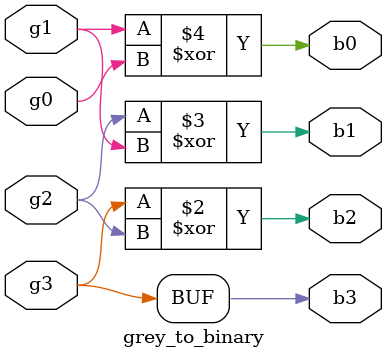
<source format=v>
module grey_to_binary(g3,g2,g1,g0,b3,b2,b1,b0);
    input g3,g2,g1,g0;
    output b3,b2,b1,b0;
    reg b3,b2,b1,b0;
    always @(g3,g2,g1,g0)
    begin
    b3=g3;
    b2=g3^g2;
    b1=g2^g1;
    b0=g1^g0;
    end
    


endmodule

</source>
